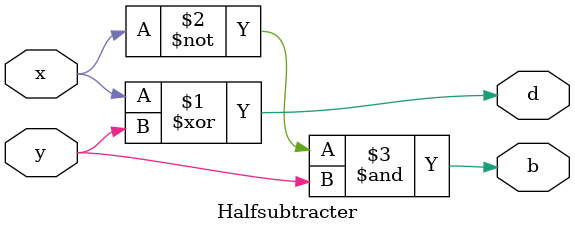
<source format=v>
module Halfsubtracter(x, y, d, b);

	input	x, y;
	output	d, b;

	assign d = x^y;
	assign b = ~x&y;

endmodule
</source>
